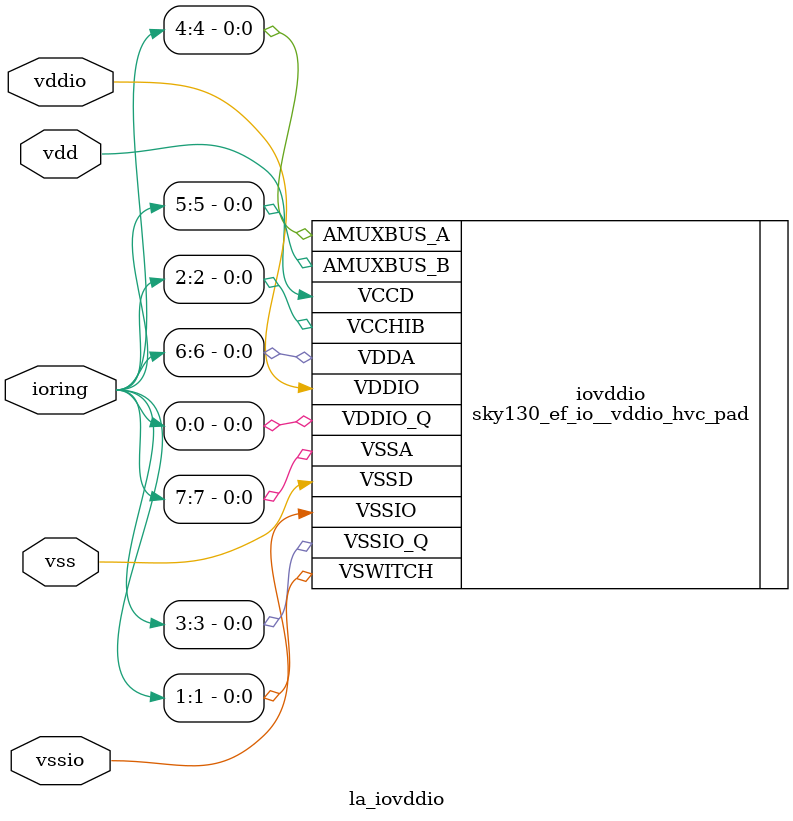
<source format=v>

module la_iovddio
  #(
    parameter TYPE = "DEFAULT" // cell type
    )
   (
    inout 	vdd, // core supply
    inout 	vss, // core ground
    inout 	vddio, // io supply
    inout 	vssio, // io ground
    inout [7:0] ioring // generic io-ring interface
    );

sky130_ef_io__vddio_hvc_pad
  iovddio (
	   .VDDIO(vddio),
	   .VDDIO_Q(ioring[0]),
	   .VDDA(ioring[6]),
	   .VCCD(vdd),
	   .VSWITCH(ioring[1]),
	   .VCCHIB(ioring[2]),
	   .VSSA(ioring[7]),
	   .VSSD(vss),
	   .VSSIO_Q(ioring[3]),
	   .VSSIO(vssio),
	   .AMUXBUS_A(ioring[4]),
	   .AMUXBUS_B(ioring[5]));

endmodule

</source>
